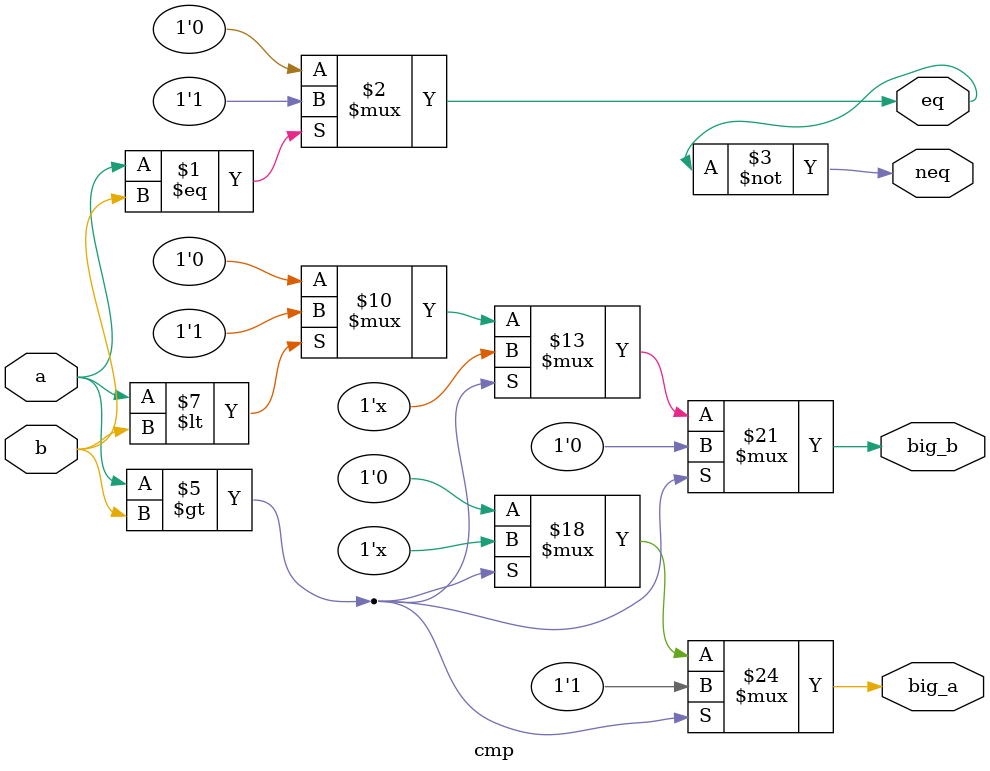
<source format=v>
module cmp(a,b,eq,neq,big_a,big_b);
    input a; //target1
    input b; //target2

    output reg eq; //equal flag
    output reg neq; //not equal flag
    output reg big_a; //a is biger than
    output reg big_b; //b is biger than

    assign eq = (a == b) ? 1'b1 : 1'b0;
    assign neq = ~eq; 

    always@(a or b)begin
      if(a>b) begin
        big_a = 1'b1;
        big_b = ~big_a;
      end

      else if(a<b) begin
        big_a = 1'b0;
        big_b = ~big_a;
      end

      else begin
        big_a = 1'b0;
        big_b = big_a;
      end   
    end
endmodule
</source>
